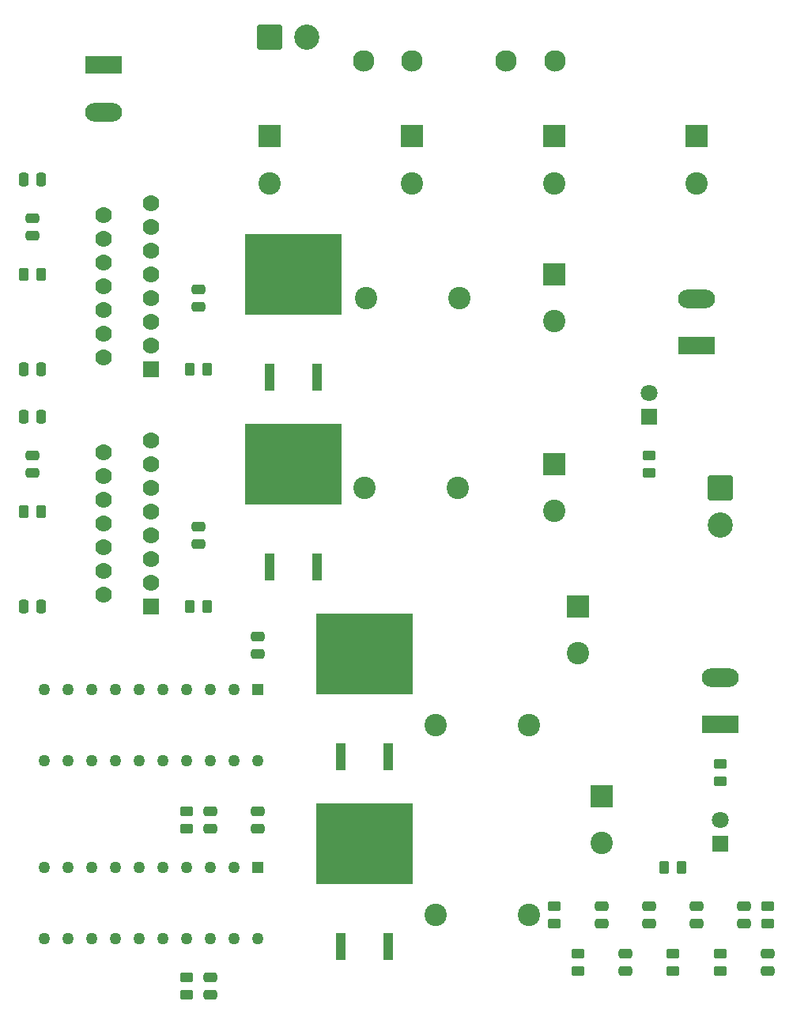
<source format=gbr>
%TF.GenerationSoftware,KiCad,Pcbnew,(6.0.1)*%
%TF.CreationDate,2022-02-20T14:47:32+01:00*%
%TF.ProjectId,PSU,5053552e-6b69-4636-9164-5f7063625858,rev?*%
%TF.SameCoordinates,Original*%
%TF.FileFunction,Soldermask,Top*%
%TF.FilePolarity,Negative*%
%FSLAX46Y46*%
G04 Gerber Fmt 4.6, Leading zero omitted, Abs format (unit mm)*
G04 Created by KiCad (PCBNEW (6.0.1)) date 2022-02-20 14:47:32*
%MOMM*%
%LPD*%
G01*
G04 APERTURE LIST*
G04 Aperture macros list*
%AMRoundRect*
0 Rectangle with rounded corners*
0 $1 Rounding radius*
0 $2 $3 $4 $5 $6 $7 $8 $9 X,Y pos of 4 corners*
0 Add a 4 corners polygon primitive as box body*
4,1,4,$2,$3,$4,$5,$6,$7,$8,$9,$2,$3,0*
0 Add four circle primitives for the rounded corners*
1,1,$1+$1,$2,$3*
1,1,$1+$1,$4,$5*
1,1,$1+$1,$6,$7*
1,1,$1+$1,$8,$9*
0 Add four rect primitives between the rounded corners*
20,1,$1+$1,$2,$3,$4,$5,0*
20,1,$1+$1,$4,$5,$6,$7,0*
20,1,$1+$1,$6,$7,$8,$9,0*
20,1,$1+$1,$8,$9,$2,$3,0*%
G04 Aperture macros list end*
%ADD10RoundRect,0.250001X-1.099999X-1.099999X1.099999X-1.099999X1.099999X1.099999X-1.099999X1.099999X0*%
%ADD11C,2.700000*%
%ADD12RoundRect,0.250000X0.475000X-0.250000X0.475000X0.250000X-0.475000X0.250000X-0.475000X-0.250000X0*%
%ADD13RoundRect,0.250000X-0.475000X0.250000X-0.475000X-0.250000X0.475000X-0.250000X0.475000X0.250000X0*%
%ADD14RoundRect,0.250000X0.450000X-0.262500X0.450000X0.262500X-0.450000X0.262500X-0.450000X-0.262500X0*%
%ADD15R,2.400000X2.400000*%
%ADD16C,2.400000*%
%ADD17R,3.960000X1.980000*%
%ADD18O,3.960000X1.980000*%
%ADD19R,0.990600X2.997200*%
%ADD20R,10.337800X8.712200*%
%ADD21RoundRect,0.250000X-0.250000X-0.475000X0.250000X-0.475000X0.250000X0.475000X-0.250000X0.475000X0*%
%ADD22R,1.270000X1.270000*%
%ADD23C,1.270000*%
%ADD24RoundRect,0.250000X0.262500X0.450000X-0.262500X0.450000X-0.262500X-0.450000X0.262500X-0.450000X0*%
%ADD25RoundRect,0.250000X-0.450000X0.262500X-0.450000X-0.262500X0.450000X-0.262500X0.450000X0.262500X0*%
%ADD26R,1.778000X1.778000*%
%ADD27C,1.778000*%
%ADD28RoundRect,0.250001X-1.099999X1.099999X-1.099999X-1.099999X1.099999X-1.099999X1.099999X1.099999X0*%
%ADD29C,2.300000*%
%ADD30R,1.800000X1.800000*%
%ADD31C,1.800000*%
%ADD32RoundRect,0.250000X-0.262500X-0.450000X0.262500X-0.450000X0.262500X0.450000X-0.262500X0.450000X0*%
G04 APERTURE END LIST*
D10*
%TO.C,SW1*%
X43180000Y-20320000D03*
D11*
X47140000Y-20320000D03*
%TD*%
D12*
%TO.C,C5*%
X41910000Y-86360000D03*
X41910000Y-84460000D03*
%TD*%
D13*
%TO.C,C15*%
X93980000Y-113350000D03*
X93980000Y-115250000D03*
%TD*%
D14*
%TO.C,R11*%
X34290000Y-122832500D03*
X34290000Y-121007500D03*
%TD*%
D15*
%TO.C,C3*%
X76200000Y-81280000D03*
D16*
X76200000Y-86280000D03*
%TD*%
D17*
%TO.C,J1*%
X25400000Y-23320000D03*
D18*
X25400000Y-28320000D03*
%TD*%
D16*
%TO.C,L4*%
X53340000Y-68580000D03*
X63340000Y-68580000D03*
%TD*%
D13*
%TO.C,C25*%
X36830000Y-120970000D03*
X36830000Y-122870000D03*
%TD*%
D15*
%TO.C,C23*%
X88900000Y-30940000D03*
D16*
X88900000Y-35940000D03*
%TD*%
D14*
%TO.C,R5*%
X34290000Y-105052500D03*
X34290000Y-103227500D03*
%TD*%
D19*
%TO.C,U4*%
X50800000Y-117690900D03*
X55880000Y-117690900D03*
D20*
X53340000Y-106680000D03*
%TD*%
D13*
%TO.C,C12*%
X36830000Y-103190000D03*
X36830000Y-105090000D03*
%TD*%
D21*
%TO.C,C24*%
X16830000Y-60960000D03*
X18730000Y-60960000D03*
%TD*%
D22*
%TO.C,CR2*%
X41910000Y-109220000D03*
D23*
X39370000Y-109220000D03*
X36830000Y-109220000D03*
X34290000Y-109220000D03*
X31750000Y-109220000D03*
X29210000Y-109220000D03*
X26670000Y-109220000D03*
X24130000Y-109220000D03*
X21590000Y-109220000D03*
X19050000Y-109220000D03*
X19050000Y-116840000D03*
X21590000Y-116840000D03*
X24130000Y-116840000D03*
X26670000Y-116840000D03*
X29210000Y-116840000D03*
X31750000Y-116840000D03*
X34290000Y-116840000D03*
X36830000Y-116840000D03*
X39370000Y-116840000D03*
X41910000Y-116840000D03*
%TD*%
D14*
%TO.C,R1*%
X73660000Y-115212500D03*
X73660000Y-113387500D03*
%TD*%
D12*
%TO.C,C17*%
X96520000Y-120330000D03*
X96520000Y-118430000D03*
%TD*%
D19*
%TO.C,U5*%
X43180000Y-77050900D03*
X48260000Y-77050900D03*
D20*
X45720000Y-66040000D03*
%TD*%
D15*
%TO.C,C10*%
X58420000Y-30940000D03*
D16*
X58420000Y-35940000D03*
%TD*%
D21*
%TO.C,C11*%
X16830000Y-35560000D03*
X18730000Y-35560000D03*
%TD*%
D17*
%TO.C,J5*%
X88900000Y-53340000D03*
D18*
X88900000Y-48340000D03*
%TD*%
D13*
%TO.C,C7*%
X35560000Y-47310000D03*
X35560000Y-49210000D03*
%TD*%
D22*
%TO.C,CR1*%
X41910000Y-90170000D03*
D23*
X39370000Y-90170000D03*
X36830000Y-90170000D03*
X34290000Y-90170000D03*
X31750000Y-90170000D03*
X29210000Y-90170000D03*
X26670000Y-90170000D03*
X24130000Y-90170000D03*
X21590000Y-90170000D03*
X19050000Y-90170000D03*
X19050000Y-97790000D03*
X21590000Y-97790000D03*
X24130000Y-97790000D03*
X26670000Y-97790000D03*
X29210000Y-97790000D03*
X31750000Y-97790000D03*
X34290000Y-97790000D03*
X36830000Y-97790000D03*
X39370000Y-97790000D03*
X41910000Y-97790000D03*
%TD*%
D13*
%TO.C,C20*%
X35560000Y-72710000D03*
X35560000Y-74610000D03*
%TD*%
D24*
%TO.C,R6*%
X18692500Y-45720000D03*
X16867500Y-45720000D03*
%TD*%
D15*
%TO.C,C16*%
X78740000Y-101600000D03*
D16*
X78740000Y-106600000D03*
%TD*%
D25*
%TO.C,R8*%
X91440000Y-118467500D03*
X91440000Y-120292500D03*
%TD*%
D26*
%TO.C,U6*%
X30480000Y-81280000D03*
D27*
X25400000Y-80010000D03*
X30480000Y-78740000D03*
X25400000Y-77470000D03*
X30480000Y-76200000D03*
X25400000Y-74930000D03*
X30480000Y-73660000D03*
X25400000Y-72390000D03*
X30480000Y-71120000D03*
X25400000Y-69850000D03*
X30480000Y-68580000D03*
X25400000Y-67310000D03*
X30480000Y-66040000D03*
X25400000Y-64770000D03*
X30480000Y-63500000D03*
%TD*%
D24*
%TO.C,R12*%
X18692500Y-71120000D03*
X16867500Y-71120000D03*
%TD*%
D15*
%TO.C,C9*%
X43180000Y-30940000D03*
D16*
X43180000Y-35940000D03*
%TD*%
D12*
%TO.C,C14*%
X81280000Y-120330000D03*
X81280000Y-118430000D03*
%TD*%
D25*
%TO.C,R9*%
X96520000Y-113387500D03*
X96520000Y-115212500D03*
%TD*%
D12*
%TO.C,C26*%
X17780000Y-66990000D03*
X17780000Y-65090000D03*
%TD*%
D28*
%TO.C,EMER_STOP1*%
X91440000Y-68580000D03*
D11*
X91440000Y-72540000D03*
%TD*%
D13*
%TO.C,C4*%
X88900000Y-113350000D03*
X88900000Y-115250000D03*
%TD*%
D14*
%TO.C,R14*%
X83820000Y-66952500D03*
X83820000Y-65127500D03*
%TD*%
D29*
%TO.C,F1*%
X53220000Y-22860000D03*
X58420000Y-22860000D03*
X73720000Y-22860000D03*
X68520000Y-22860000D03*
%TD*%
D26*
%TO.C,U3*%
X30480000Y-55880000D03*
D27*
X25400000Y-54610000D03*
X30480000Y-53340000D03*
X25400000Y-52070000D03*
X30480000Y-50800000D03*
X25400000Y-49530000D03*
X30480000Y-48260000D03*
X25400000Y-46990000D03*
X30480000Y-45720000D03*
X25400000Y-44450000D03*
X30480000Y-43180000D03*
X25400000Y-41910000D03*
X30480000Y-40640000D03*
X25400000Y-39370000D03*
X30480000Y-38100000D03*
%TD*%
D15*
%TO.C,C8*%
X73660000Y-45720000D03*
D16*
X73660000Y-50720000D03*
%TD*%
D17*
%TO.C,J3*%
X91440000Y-93900000D03*
D18*
X91440000Y-88900000D03*
%TD*%
D21*
%TO.C,C19*%
X16830000Y-81280000D03*
X18730000Y-81280000D03*
%TD*%
D30*
%TO.C,D2*%
X83820000Y-60960000D03*
D31*
X83820000Y-58420000D03*
%TD*%
D19*
%TO.C,U2*%
X43180000Y-56730900D03*
X48260000Y-56730900D03*
D20*
X45720000Y-45720000D03*
%TD*%
D24*
%TO.C,R10*%
X36472500Y-81280000D03*
X34647500Y-81280000D03*
%TD*%
D15*
%TO.C,C22*%
X73660000Y-30940000D03*
D16*
X73660000Y-35940000D03*
%TD*%
D14*
%TO.C,R13*%
X91440000Y-99972500D03*
X91440000Y-98147500D03*
%TD*%
D21*
%TO.C,C6*%
X16830000Y-55880000D03*
X18730000Y-55880000D03*
%TD*%
D13*
%TO.C,C2*%
X83820000Y-113350000D03*
X83820000Y-115250000D03*
%TD*%
D12*
%TO.C,C13*%
X17780000Y-41590000D03*
X17780000Y-39690000D03*
%TD*%
D15*
%TO.C,C21*%
X73660000Y-66040000D03*
D16*
X73660000Y-71040000D03*
%TD*%
D19*
%TO.C,U1*%
X50800000Y-97370900D03*
X55880000Y-97370900D03*
D20*
X53340000Y-86360000D03*
%TD*%
D16*
%TO.C,L2*%
X53500000Y-48260000D03*
X63500000Y-48260000D03*
%TD*%
D14*
%TO.C,R2*%
X76200000Y-120292500D03*
X76200000Y-118467500D03*
%TD*%
D32*
%TO.C,R3*%
X85447500Y-109220000D03*
X87272500Y-109220000D03*
%TD*%
D16*
%TO.C,L3*%
X70960000Y-114300000D03*
X60960000Y-114300000D03*
%TD*%
D30*
%TO.C,D1*%
X91440000Y-106680000D03*
D31*
X91440000Y-104140000D03*
%TD*%
D16*
%TO.C,L1*%
X70960000Y-93980000D03*
X60960000Y-93980000D03*
%TD*%
D12*
%TO.C,C18*%
X41910000Y-105090000D03*
X41910000Y-103190000D03*
%TD*%
D24*
%TO.C,R4*%
X36472500Y-55880000D03*
X34647500Y-55880000D03*
%TD*%
D25*
%TO.C,R7*%
X86360000Y-118467500D03*
X86360000Y-120292500D03*
%TD*%
D13*
%TO.C,C1*%
X78740000Y-113350000D03*
X78740000Y-115250000D03*
%TD*%
M02*

</source>
